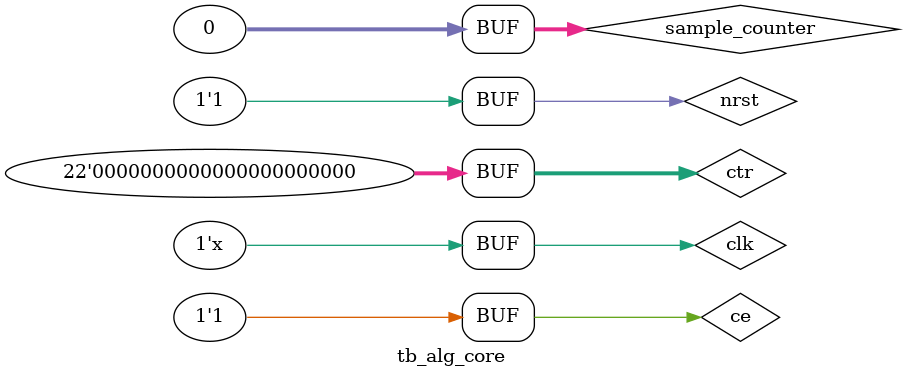
<source format=sv>
`timescale 1ns / 1ps

module tb_alg_core();

parameter CLOCK_PERIOD = 10; // in ns
parameter NR_OF_SAMPLES = 650000;
parameter PATH = "100.csv";
parameter DATA_WIDTH = 11;
parameter CTR_WIDTH = 22;
parameter DATA_OFFSET = 1024;

//Algorithm parameters
parameter N_SHORT = 16;
parameter N_LONG  = 32;

logic clk = 1'b0;
logic nrst = 1'b0, ce =1'b1;
logic sig_valid, mitbih_data_req;
int sample_counter = 0;
logic [CTR_WIDTH-1:0] ctr = 0;
logic [CTR_WIDTH-1:0] r_peak_sample_num;

logic [DATA_WIDTH-1:0] mitbih_data, rr_period;
logic rr_period_updated;
logic signed [DATA_WIDTH-1:0] sample_in;


initial begin
    #10 nrst  <= 1'b1;
    //#10 ce    <= 1'b1;
end

always #(CLOCK_PERIOD/2) clk = ~clk;



mitbih_read #(
    .PATH(PATH),
    .LENGTH(NR_OF_SAMPLES),
    .DATA_WIDTH(DATA_WIDTH),
    .CTR_WIDTH(CTR_WIDTH)
    )
    mitbih_read_inst(
    .clk(clk),
    .nrst(nrst),
    .counter(),
    .signal_req(!fifo_full),
    .signal_out(din_fifo_wdata),
    .signal_valid(din_fifo_push)
);

fifo #(
    .SIZE(NR_OF_SAMPLES),
    .WIDTH(DATA_WIDTH)
) u_fifo (
    .clk(clk),
    .rst_n(nrst),
    .full(fifo_full),
    .empty(din_fifo_empty),
    .rdata(din_fifo_rdata),
    .rdata_valid(din_fifo_rdata_valid),
    .push(din_fifo_push),
    .pop(din_fifo_req),
    .wdata(din_fifo_wdata)
);


logic din_fifo_full, din_fifo_empty, din_fifo_push, din_fifo_rdata_valid, din_fifo_data_req;
logic [DATA_WIDTH-1:0] din_fifo_wdata, din_fifo_rdata;
logic [DATA_WIDTH-1:0] ecg_signal;
logic ecg_signal_valid;

sample_mgmt #(
        .DATA_WIDTH(DATA_WIDTH),
        .CTR_WIDTH(CTR_WIDTH)
    )
    sample_mgmt_inst (
        .i_clk(clk),
        .i_nrst(nrst),
        .i_clk_adc_convst('0),
        .i_ecg_src(ECG_SRC_UART),
        .i_new_record('0),
        /* FIFO */
        .o_fifo_req(din_fifo_req),
        .i_fifo_data(din_fifo_rdata),
        .i_fifo_empty(din_fifo_empty),
        .i_fifo_rd_valid(din_fifo_rdata_valid),
        /* ADC */
        .o_adc_convst(),
        .i_adc_data('0),
        .i_adc_busy('0),
        .i_adc_rd_valid('0),

        .o_ecg_signal(ecg_signal),
        .o_ecg_signal_valid(ecg_signal_valid),
        .o_ctr(ctr)
    );



alg_core #(
    .DATA_WIDTH(DATA_WIDTH),
    .CTR_WIDTH(CTR_WIDTH),
    .DATA_OFFSET(DATA_OFFSET),
    .NAVG_SHORT(N_SHORT),
    .NAVG_LONG(N_LONG)
    )
    alg_core_inst(
    .i_clk(clk),
    .i_nrst(nrst),
    .i_ce(ce),
    .i_ecg_signal(ecg_signal),
    .i_ecg_signal_valid(ecg_signal_valid),
    .o_rr_period(rr_period),
    .o_rr_period_updated(rr_period_updated),
    .o_rpeak_location(r_peak_sample_num),
    .i_ctr(ctr),
    .o_ma_long_valid(),
    .o_ma_short_valid(),
    .o_th_initialised(),
    .o_alg_active()

);


endmodule

</source>
